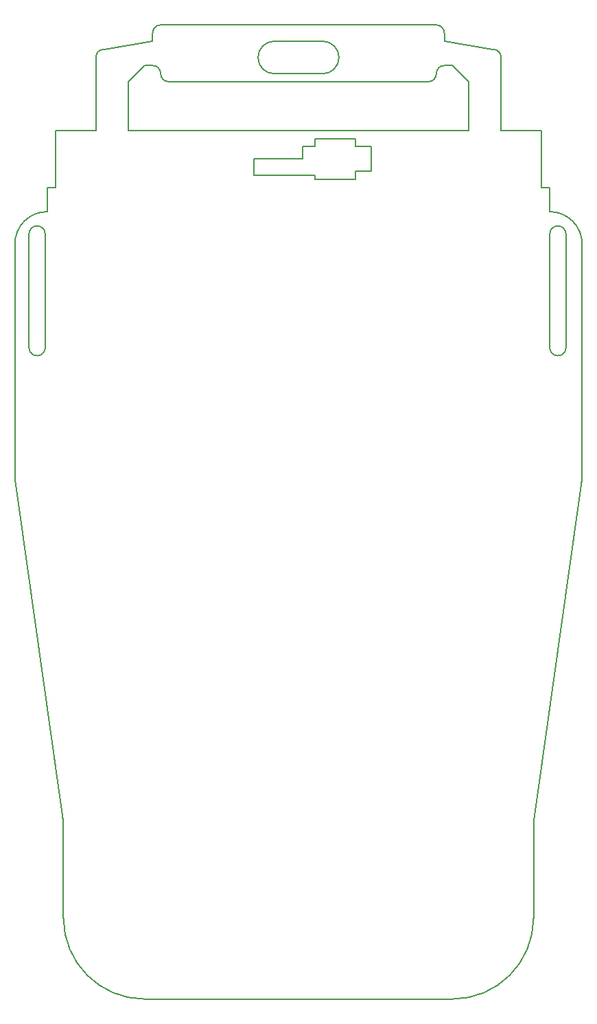
<source format=gm1>
G04 #@! TF.GenerationSoftware,KiCad,Pcbnew,(2017-07-14 revision d3b382c28)-master*
G04 #@! TF.CreationDate,2017-08-01T03:33:34-04:00*
G04 #@! TF.ProjectId,MAGLabs-2017-Swadges,4D41474C6162732D323031372D537761,rev?*
G04 #@! TF.SameCoordinates,Original
G04 #@! TF.FileFunction,Profile,NP*
%FSLAX46Y46*%
G04 Gerber Fmt 4.6, Leading zero omitted, Abs format (unit mm)*
G04 Created by KiCad (PCBNEW (2017-07-14 revision d3b382c28)-master) date Tue Aug  1 03:33:34 2017*
%MOMM*%
%LPD*%
G01*
G04 APERTURE LIST*
%ADD10C,0.150000*%
G04 APERTURE END LIST*
D10*
X145000000Y-53000000D02*
X145000000Y-50000000D01*
X143000000Y-53000000D02*
X145000000Y-53000000D01*
X143000000Y-54000000D02*
X143000000Y-53000000D01*
X138000000Y-54000000D02*
X143000000Y-54000000D01*
X138000000Y-53500000D02*
X138000000Y-54000000D01*
X130500000Y-53500000D02*
X138000000Y-53500000D01*
X130500000Y-51500000D02*
X130500000Y-53500000D01*
X136500000Y-51500000D02*
X130500000Y-51500000D01*
X136500000Y-50000000D02*
X136500000Y-51500000D01*
X138000000Y-50000000D02*
X136500000Y-50000000D01*
X138000000Y-49000000D02*
X138000000Y-50000000D01*
X143000000Y-49000000D02*
X138000000Y-49000000D01*
X143000000Y-50000000D02*
X143000000Y-49000000D01*
X145000000Y-50000000D02*
X143000000Y-50000000D01*
X133000000Y-41000000D02*
X139000000Y-41000000D01*
X139000000Y-37000000D02*
X133000000Y-37000000D01*
X131000000Y-39000000D02*
G75*
G03X133000000Y-41000000I2000000J0D01*
G01*
X133000000Y-37000000D02*
G75*
G03X131000000Y-39000000I0J-2000000D01*
G01*
X139000000Y-41000000D02*
G75*
G03X141000000Y-39000000I0J2000000D01*
G01*
X141000000Y-39000000D02*
G75*
G03X139000000Y-37000000I-2000000J0D01*
G01*
X167000000Y-60750000D02*
X167000000Y-74750000D01*
X169000000Y-74750000D02*
X169000000Y-60750000D01*
X168000000Y-59750000D02*
G75*
G03X167000000Y-60750000I0J-1000000D01*
G01*
X169000000Y-60750000D02*
G75*
G03X168000000Y-59750000I-1000000J0D01*
G01*
X167000000Y-74750000D02*
G75*
G03X168000000Y-75750000I1000000J0D01*
G01*
X168000000Y-75750000D02*
G75*
G03X169000000Y-74750000I0J1000000D01*
G01*
X102750000Y-60750000D02*
X102750000Y-74750000D01*
X104750000Y-74750000D02*
X104750000Y-60750000D01*
X102750000Y-74750000D02*
G75*
G03X103750000Y-75750000I1000000J0D01*
G01*
X103750000Y-75750000D02*
G75*
G03X104750000Y-74750000I0J1000000D01*
G01*
X103750000Y-59750000D02*
G75*
G03X102750000Y-60750000I0J-1000000D01*
G01*
X104750000Y-60750000D02*
G75*
G03X103750000Y-59750000I-1000000J0D01*
G01*
X160000000Y-38000000D02*
X154000000Y-37000000D01*
X161000000Y-39000000D02*
G75*
G03X160000000Y-38000000I-1000000J0D01*
G01*
X161000000Y-48000000D02*
X161000000Y-39000000D01*
X112000000Y-38000000D02*
X118000000Y-37000000D01*
X112000000Y-38000000D02*
G75*
G03X111000000Y-39000000I0J-1000000D01*
G01*
X111000000Y-48000000D02*
X111000000Y-39000000D01*
X152000000Y-42000000D02*
X120000000Y-42000000D01*
X155000000Y-40000000D02*
X154000000Y-40000000D01*
X157000000Y-42000000D02*
X155000000Y-40000000D01*
X157000000Y-48000000D02*
X157000000Y-42000000D01*
X115000000Y-48000000D02*
X157000000Y-48000000D01*
X115000000Y-42000000D02*
X115000000Y-48000000D01*
X117000000Y-40000000D02*
X115000000Y-42000000D01*
X118000000Y-40000000D02*
X117000000Y-40000000D01*
X119000000Y-41000000D02*
G75*
G03X120000000Y-42000000I1000000J0D01*
G01*
X119000000Y-41000000D02*
G75*
G03X118000000Y-40000000I-1000000J0D01*
G01*
X152000000Y-42000000D02*
G75*
G03X153000000Y-41000000I0J1000000D01*
G01*
X154000000Y-40000000D02*
G75*
G03X153000000Y-41000000I0J-1000000D01*
G01*
X154000000Y-36000000D02*
G75*
G03X153000000Y-35000000I-1000000J0D01*
G01*
X119000000Y-35000000D02*
X153000000Y-35000000D01*
X119000000Y-35000000D02*
G75*
G03X118000000Y-36000000I0J-1000000D01*
G01*
X118000000Y-37000000D02*
X118000000Y-36000000D01*
X106000000Y-48000000D02*
X111000000Y-48000000D01*
X106000000Y-55000000D02*
X106000000Y-48000000D01*
X105000000Y-55000000D02*
X106000000Y-55000000D01*
X105000000Y-58000000D02*
X105000000Y-55000000D01*
X105000000Y-58000000D02*
G75*
G03X101000000Y-62000000I0J-4000000D01*
G01*
X101000000Y-91000000D02*
X101000000Y-62000000D01*
X107000000Y-133000000D02*
X101000000Y-91000000D01*
X107000000Y-145000000D02*
X107000000Y-133000000D01*
X107000000Y-145000000D02*
G75*
G03X117000000Y-155000000I10000000J0D01*
G01*
X155000000Y-155000000D02*
X117000000Y-155000000D01*
X155000000Y-155000000D02*
G75*
G03X165000000Y-145000000I0J10000000D01*
G01*
X165000000Y-133000000D02*
X165000000Y-145000000D01*
X171000000Y-91000000D02*
X165000000Y-133000000D01*
X171000000Y-62000000D02*
X171000000Y-91000000D01*
X171000000Y-62000000D02*
G75*
G03X167000000Y-58000000I-4000000J0D01*
G01*
X167000000Y-55000000D02*
X167000000Y-58000000D01*
X166000000Y-55000000D02*
X167000000Y-55000000D01*
X166000000Y-48000000D02*
X166000000Y-55000000D01*
X161000000Y-48000000D02*
X166000000Y-48000000D01*
X154000000Y-36000000D02*
X154000000Y-37000000D01*
M02*

</source>
